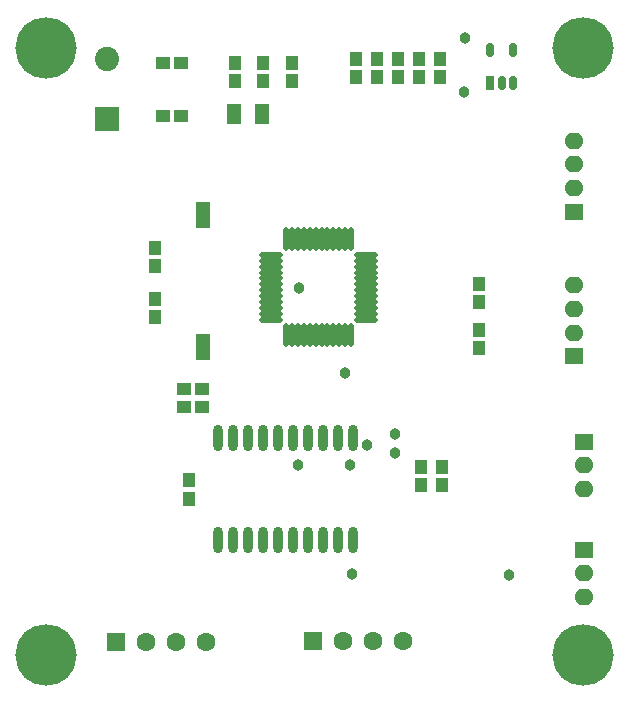
<source format=gts>
%FSLAX25Y25*%
%MOIN*%
G70*
G01*
G75*
G04 Layer_Color=8388736*
%ADD10R,0.03937X0.07874*%
%ADD11R,0.03543X0.03740*%
%ADD12R,0.03937X0.05709*%
%ADD13R,0.03740X0.03543*%
%ADD14O,0.02000X0.04000*%
%ADD15R,0.02000X0.04000*%
%ADD16O,0.01181X0.07087*%
%ADD17O,0.07087X0.01181*%
%ADD18O,0.02400X0.08000*%
%ADD19C,0.01000*%
%ADD20C,0.05512*%
%ADD21R,0.05512X0.05512*%
%ADD22O,0.05512X0.04724*%
%ADD23R,0.05512X0.04724*%
%ADD24C,0.07284*%
%ADD25R,0.07284X0.07284*%
%ADD26C,0.19685*%
%ADD27C,0.03000*%
%ADD28C,0.00787*%
%ADD29C,0.00984*%
%ADD30C,0.02362*%
%ADD31C,0.00394*%
%ADD32C,0.00800*%
%ADD33R,0.04737X0.08674*%
%ADD34R,0.04343X0.04540*%
%ADD35R,0.04737X0.06509*%
%ADD36R,0.04540X0.04343*%
%ADD37O,0.02800X0.04800*%
%ADD38R,0.02800X0.04800*%
%ADD39O,0.01981X0.07887*%
%ADD40O,0.07887X0.01981*%
%ADD41O,0.03200X0.08800*%
%ADD42C,0.06312*%
%ADD43R,0.06312X0.06312*%
%ADD44O,0.06312X0.05524*%
%ADD45R,0.06312X0.05524*%
%ADD46C,0.08083*%
%ADD47R,0.08083X0.08083*%
%ADD48C,0.20485*%
%ADD49C,0.03800*%
D33*
X393500Y495000D02*
D03*
Y539000D02*
D03*
D34*
X444500Y591051D02*
D03*
Y584949D02*
D03*
X451500Y584949D02*
D03*
Y591051D02*
D03*
X472500D02*
D03*
Y584949D02*
D03*
X465500Y591051D02*
D03*
Y584949D02*
D03*
X458500D02*
D03*
Y591051D02*
D03*
X377500Y528051D02*
D03*
Y521949D02*
D03*
X413500Y583449D02*
D03*
Y589551D02*
D03*
X423000Y589551D02*
D03*
Y583449D02*
D03*
X404000Y583449D02*
D03*
Y589551D02*
D03*
X466000Y448949D02*
D03*
Y455051D02*
D03*
X473031Y448945D02*
D03*
Y455047D02*
D03*
X485500Y494449D02*
D03*
Y500551D02*
D03*
Y509949D02*
D03*
Y516051D02*
D03*
X388700Y444349D02*
D03*
Y450451D02*
D03*
X377500Y504949D02*
D03*
Y511051D02*
D03*
D35*
X413224Y572500D02*
D03*
X403776D02*
D03*
D36*
X386949Y481000D02*
D03*
X393051D02*
D03*
X386051Y572000D02*
D03*
X379949D02*
D03*
X386051Y589748D02*
D03*
X379949D02*
D03*
X386949Y475000D02*
D03*
X393051D02*
D03*
D37*
X496740Y594000D02*
D03*
X489260D02*
D03*
X496740Y583000D02*
D03*
X493000D02*
D03*
D38*
X489260D02*
D03*
D39*
X421130Y530776D02*
D03*
X423098D02*
D03*
X425067D02*
D03*
X427035D02*
D03*
X429004D02*
D03*
X430972D02*
D03*
X432941D02*
D03*
X434909D02*
D03*
X436878D02*
D03*
X438846D02*
D03*
X440815D02*
D03*
X442783D02*
D03*
Y498886D02*
D03*
X440815D02*
D03*
X438846D02*
D03*
X436878D02*
D03*
X434909D02*
D03*
X432941D02*
D03*
X430972D02*
D03*
X429004D02*
D03*
X427035D02*
D03*
X425067D02*
D03*
X423098D02*
D03*
X421130D02*
D03*
D40*
X447902Y525658D02*
D03*
Y523689D02*
D03*
Y521721D02*
D03*
Y519752D02*
D03*
Y517783D02*
D03*
Y515815D02*
D03*
Y513846D02*
D03*
Y511878D02*
D03*
Y509909D02*
D03*
Y507941D02*
D03*
Y505972D02*
D03*
Y504004D02*
D03*
X416012D02*
D03*
Y505972D02*
D03*
Y507941D02*
D03*
Y509909D02*
D03*
Y511878D02*
D03*
Y513846D02*
D03*
Y515815D02*
D03*
Y517783D02*
D03*
Y519752D02*
D03*
Y521721D02*
D03*
Y523689D02*
D03*
Y525658D02*
D03*
D41*
X398500Y464429D02*
D03*
X403500D02*
D03*
X408500D02*
D03*
X413500D02*
D03*
X418500D02*
D03*
X423500D02*
D03*
X428500D02*
D03*
X433500D02*
D03*
X438500D02*
D03*
X443500D02*
D03*
Y430571D02*
D03*
X438500D02*
D03*
X433500D02*
D03*
X428500D02*
D03*
X423500D02*
D03*
X418500D02*
D03*
X413500D02*
D03*
X408500D02*
D03*
X403500D02*
D03*
X398500D02*
D03*
D42*
X450000Y397000D02*
D03*
X440000D02*
D03*
X460000D02*
D03*
X384500Y396500D02*
D03*
X374500D02*
D03*
X394500D02*
D03*
D43*
X430000Y397000D02*
D03*
X364500Y396500D02*
D03*
D44*
X520490Y447563D02*
D03*
Y455437D02*
D03*
X520500Y411663D02*
D03*
Y419537D02*
D03*
X517200Y563637D02*
D03*
Y547889D02*
D03*
Y555763D02*
D03*
X517000Y515437D02*
D03*
Y499689D02*
D03*
Y507563D02*
D03*
D45*
X520490Y463311D02*
D03*
X520500Y427411D02*
D03*
X517200Y540015D02*
D03*
X517000Y491815D02*
D03*
D46*
X361500Y591000D02*
D03*
D47*
Y571000D02*
D03*
D48*
X341000Y594702D02*
D03*
X520000D02*
D03*
Y392402D02*
D03*
X341200D02*
D03*
D49*
X480740Y598000D02*
D03*
X457500Y466000D02*
D03*
X495400Y418800D02*
D03*
X480500Y580000D02*
D03*
X442500Y455500D02*
D03*
X425000D02*
D03*
X457500Y459500D02*
D03*
X448100Y462400D02*
D03*
X440700Y486100D02*
D03*
X425600Y514500D02*
D03*
X443000Y419400D02*
D03*
M02*

</source>
